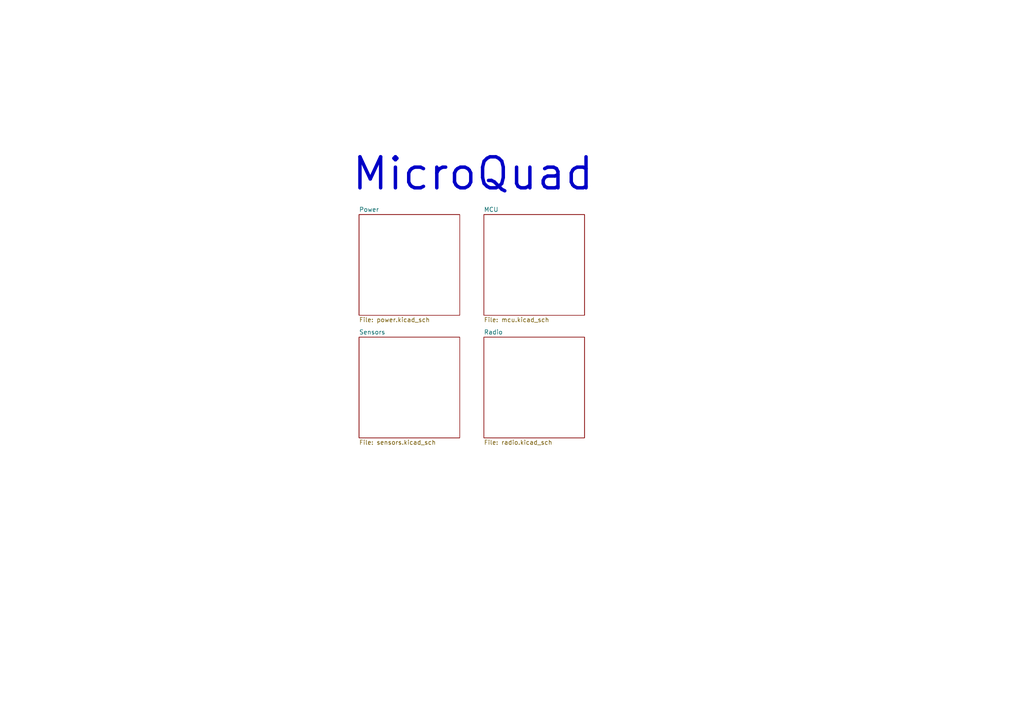
<source format=kicad_sch>
(kicad_sch (version 20230121) (generator eeschema)
  (paper "A4")
  (title_block (date "2024-10-08"))
  (lib_symbols)
  (text "MicroQuad" (at 101.6 55.88 0) (effects (font (size 9 9) (thickness 1) bold) (justify left bottom)))
  (sheet (at 140.335 62.23) (size 29.21 29.21) (stroke (width 0.1524))
    (property "Sheetname" "MCU" (at 140.335 61.5184 0) (effects (justify left bottom)))
    (property "Sheetfile" "mcu.kicad_sch" (at 140.335 92.0246 0) (effects (justify left top)))
  )
  (sheet (at 104.14 62.23) (size 29.21 29.21) (stroke (width 0.1524))
    (property "Sheetname" "Power" (at 104.14 61.5184 0) (effects (justify left bottom)))
    (property "Sheetfile" "power.kicad_sch" (at 104.14 92.0246 0) (effects (justify left top)))
  )
  (sheet (at 104.14 97.79) (size 29.21 29.21) (stroke (width 0.1524))
    (property "Sheetname" "Sensors" (at 104.14 97.0784 0) (effects (justify left bottom)))
    (property "Sheetfile" "sensors.kicad_sch" (at 104.14 127.5846 0) (effects (justify left top)))
  )
  (sheet (at 140.335 97.79) (size 29.21 29.21) (stroke (width 0.1524))
    (property "Sheetname" "Radio" (at 140.335 97.0784 0) (effects (justify left bottom)))
    (property "Sheetfile" "radio.kicad_sch" (at 140.335 127.5846 0) (effects (justify left top)))
  )
)
</source>
